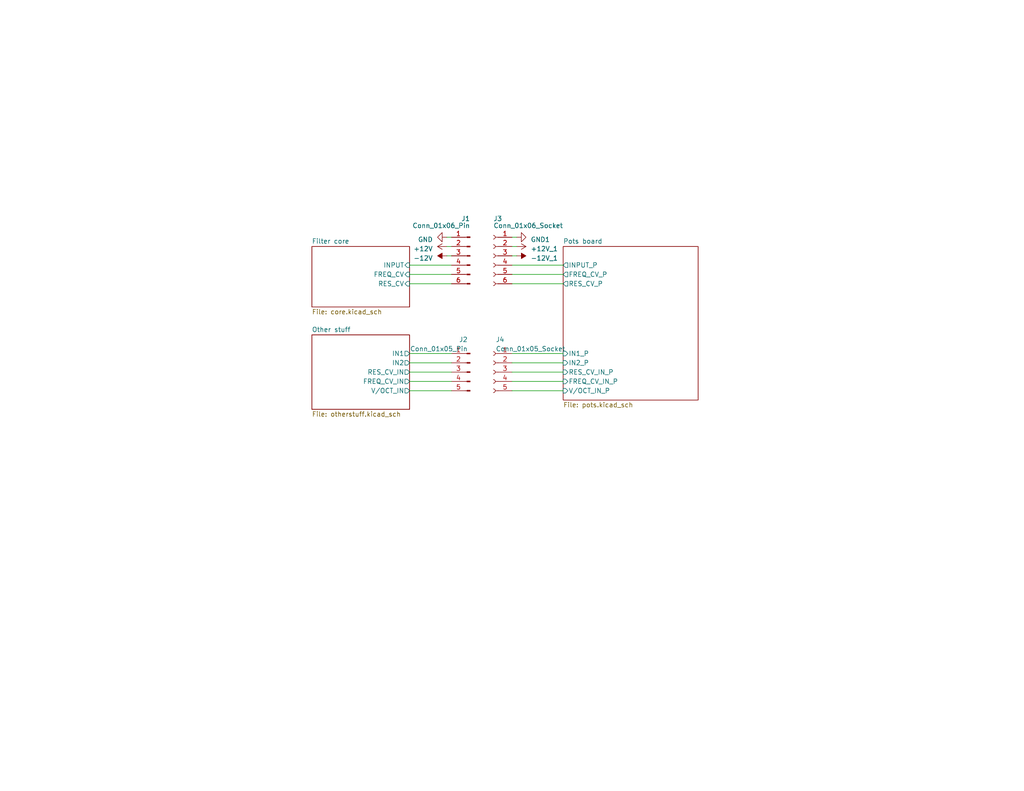
<source format=kicad_sch>
(kicad_sch (version 20230121) (generator eeschema)
  (paper "USLetter")
  (title_block (title "Pole mixing filter") (date "2022-03-29") (company "mods by Rich Holmes / Analog Output") (comment 1 "CC BY-NC-SA 4.0") (comment 2 "https://electricdruid.net/multimode-filters-part-2-pole-mixing-filters/") (comment 3 "Based on Electric Druid design "))
  (lib_symbols
    (symbol "AO_symbols:+12V_1" (power) (pin_names (offset 0))
      (property "Value" "+12V_1" (at 0 3.556 0))
      (symbol "+12V_1_0_1"
        (polyline (pts (xy -0.762 1.27) (xy 0 2.54)))
        (polyline (pts (xy 0 0) (xy 0 2.54)))
        (polyline (pts (xy 0 2.54) (xy 0.762 1.27)))
      )
      (symbol "+12V_1_1_1"
        (pin power_in line (at 0 0 90) (length 0) hide (name "+12V_1") (number "1"))
      )
    )
    (symbol "AO_symbols:-12V_1" (power) (pin_names (offset 0))
      (property "Value" "-12V_1" (at 0 3.81 0))
      (symbol "-12V_1_0_0"
        (pin power_in line (at 0 0 90) (length 0) hide (name "-12V_1") (number "1"))
      )
      (symbol "-12V_1_0_1"
        (polyline (pts (xy 0 0) (xy 0 1.27) (xy 0.762 1.27) (xy 0 2.54) (xy -0.762 1.27) (xy 0 1.27)) (fill (type outline)))
      )
    )
    (symbol "Connector:Conn_01x05_Pin" (pin_names (offset 1.016) hide)
      (property "Reference" "J" (at 0 7.62 0))
      (property "Value" "Conn_01x05_Pin" (at 0 -7.62 0))
      (symbol "Conn_01x05_Pin_1_1"
        (polyline (pts (xy 1.27 -5.08) (xy 0.8636 -5.08)) (stroke (width 0.1524)))
        (polyline (pts (xy 1.27 -2.54) (xy 0.8636 -2.54)) (stroke (width 0.1524)))
        (polyline (pts (xy 1.27 0) (xy 0.8636 0)) (stroke (width 0.1524)))
        (polyline (pts (xy 1.27 2.54) (xy 0.8636 2.54)) (stroke (width 0.1524)))
        (polyline (pts (xy 1.27 5.08) (xy 0.8636 5.08)) (stroke (width 0.1524)))
        (rectangle (start 0.8636 -4.953) (end 0 -5.207) (stroke (width 0.1524)) (fill (type outline)))
        (rectangle (start 0.8636 -2.413) (end 0 -2.667) (stroke (width 0.1524)) (fill (type outline)))
        (rectangle (start 0.8636 0.127) (end 0 -0.127) (stroke (width 0.1524)) (fill (type outline)))
        (rectangle (start 0.8636 2.667) (end 0 2.413) (stroke (width 0.1524)) (fill (type outline)))
        (rectangle (start 0.8636 5.207) (end 0 4.953) (stroke (width 0.1524)) (fill (type outline)))
        (pin passive line (at 5.08 5.08 180) (length 3.81) (name "Pin_1") (number "1"))
        (pin passive line (at 5.08 2.54 180) (length 3.81) (name "Pin_2") (number "2"))
        (pin passive line (at 5.08 0 180) (length 3.81) (name "Pin_3") (number "3"))
        (pin passive line (at 5.08 -2.54 180) (length 3.81) (name "Pin_4") (number "4"))
        (pin passive line (at 5.08 -5.08 180) (length 3.81) (name "Pin_5") (number "5"))
      )
    )
    (symbol "Connector:Conn_01x05_Socket" (pin_names (offset 1.016) hide)
      (property "Reference" "J" (at 0 7.62 0))
      (property "Value" "Conn_01x05_Socket" (at 0 -7.62 0))
      (symbol "Conn_01x05_Socket_1_1"
        (arc (start 0 -4.572) (mid -0.5058 -5.08) (end 0 -5.588) (stroke (width 0.1524)))
        (arc (start 0 -2.032) (mid -0.5058 -2.54) (end 0 -3.048) (stroke (width 0.1524)))
        (polyline (pts (xy -1.27 -5.08) (xy -0.508 -5.08)) (stroke (width 0.1524)))
        (polyline (pts (xy -1.27 -2.54) (xy -0.508 -2.54)) (stroke (width 0.1524)))
        (polyline (pts (xy -1.27 0) (xy -0.508 0)) (stroke (width 0.1524)))
        (polyline (pts (xy -1.27 2.54) (xy -0.508 2.54)) (stroke (width 0.1524)))
        (polyline (pts (xy -1.27 5.08) (xy -0.508 5.08)) (stroke (width 0.1524)))
        (arc (start 0 0.508) (mid -0.5058 0) (end 0 -0.508) (stroke (width 0.1524)))
        (arc (start 0 3.048) (mid -0.5058 2.54) (end 0 2.032) (stroke (width 0.1524)))
        (arc (start 0 5.588) (mid -0.5058 5.08) (end 0 4.572) (stroke (width 0.1524)))
        (pin passive line (at -5.08 5.08 0) (length 3.81) (name "Pin_1") (number "1"))
        (pin passive line (at -5.08 2.54 0) (length 3.81) (name "Pin_2") (number "2"))
        (pin passive line (at -5.08 0 0) (length 3.81) (name "Pin_3") (number "3"))
        (pin passive line (at -5.08 -2.54 0) (length 3.81) (name "Pin_4") (number "4"))
        (pin passive line (at -5.08 -5.08 0) (length 3.81) (name "Pin_5") (number "5"))
      )
    )
    (symbol "Connector:Conn_01x06_Pin" (pin_names (offset 1.016) hide)
      (property "Reference" "J" (at 0 7.62 0))
      (property "Value" "Conn_01x06_Pin" (at 0 -10.16 0))
      (symbol "Conn_01x06_Pin_1_1"
        (polyline (pts (xy 1.27 -7.62) (xy 0.8636 -7.62)) (stroke (width 0.1524)))
        (polyline (pts (xy 1.27 -5.08) (xy 0.8636 -5.08)) (stroke (width 0.1524)))
        (polyline (pts (xy 1.27 -2.54) (xy 0.8636 -2.54)) (stroke (width 0.1524)))
        (polyline (pts (xy 1.27 0) (xy 0.8636 0)) (stroke (width 0.1524)))
        (polyline (pts (xy 1.27 2.54) (xy 0.8636 2.54)) (stroke (width 0.1524)))
        (polyline (pts (xy 1.27 5.08) (xy 0.8636 5.08)) (stroke (width 0.1524)))
        (rectangle (start 0.8636 -7.493) (end 0 -7.747) (stroke (width 0.1524)) (fill (type outline)))
        (rectangle (start 0.8636 -4.953) (end 0 -5.207) (stroke (width 0.1524)) (fill (type outline)))
        (rectangle (start 0.8636 -2.413) (end 0 -2.667) (stroke (width 0.1524)) (fill (type outline)))
        (rectangle (start 0.8636 0.127) (end 0 -0.127) (stroke (width 0.1524)) (fill (type outline)))
        (rectangle (start 0.8636 2.667) (end 0 2.413) (stroke (width 0.1524)) (fill (type outline)))
        (rectangle (start 0.8636 5.207) (end 0 4.953) (stroke (width 0.1524)) (fill (type outline)))
        (pin passive line (at 5.08 5.08 180) (length 3.81) (name "Pin_1") (number "1"))
        (pin passive line (at 5.08 2.54 180) (length 3.81) (name "Pin_2") (number "2"))
        (pin passive line (at 5.08 0 180) (length 3.81) (name "Pin_3") (number "3"))
        (pin passive line (at 5.08 -2.54 180) (length 3.81) (name "Pin_4") (number "4"))
        (pin passive line (at 5.08 -5.08 180) (length 3.81) (name "Pin_5") (number "5"))
        (pin passive line (at 5.08 -7.62 180) (length 3.81) (name "Pin_6") (number "6"))
      )
    )
    (symbol "Connector:Conn_01x06_Socket" (pin_names (offset 1.016) hide)
      (property "Reference" "J" (at 0 7.62 0))
      (property "Value" "Conn_01x06_Socket" (at 0 -10.16 0))
      (symbol "Conn_01x06_Socket_1_1"
        (arc (start 0 -7.112) (mid -0.5058 -7.62) (end 0 -8.128) (stroke (width 0.1524)))
        (arc (start 0 -4.572) (mid -0.5058 -5.08) (end 0 -5.588) (stroke (width 0.1524)))
        (arc (start 0 -2.032) (mid -0.5058 -2.54) (end 0 -3.048) (stroke (width 0.1524)))
        (polyline (pts (xy -1.27 -7.62) (xy -0.508 -7.62)) (stroke (width 0.1524)))
        (polyline (pts (xy -1.27 -5.08) (xy -0.508 -5.08)) (stroke (width 0.1524)))
        (polyline (pts (xy -1.27 -2.54) (xy -0.508 -2.54)) (stroke (width 0.1524)))
        (polyline (pts (xy -1.27 0) (xy -0.508 0)) (stroke (width 0.1524)))
        (polyline (pts (xy -1.27 2.54) (xy -0.508 2.54)) (stroke (width 0.1524)))
        (polyline (pts (xy -1.27 5.08) (xy -0.508 5.08)) (stroke (width 0.1524)))
        (arc (start 0 0.508) (mid -0.5058 0) (end 0 -0.508) (stroke (width 0.1524)))
        (arc (start 0 3.048) (mid -0.5058 2.54) (end 0 2.032) (stroke (width 0.1524)))
        (arc (start 0 5.588) (mid -0.5058 5.08) (end 0 4.572) (stroke (width 0.1524)))
        (pin passive line (at -5.08 5.08 0) (length 3.81) (name "Pin_1") (number "1"))
        (pin passive line (at -5.08 2.54 0) (length 3.81) (name "Pin_2") (number "2"))
        (pin passive line (at -5.08 0 0) (length 3.81) (name "Pin_3") (number "3"))
        (pin passive line (at -5.08 -2.54 0) (length 3.81) (name "Pin_4") (number "4"))
        (pin passive line (at -5.08 -5.08 0) (length 3.81) (name "Pin_5") (number "5"))
        (pin passive line (at -5.08 -7.62 0) (length 3.81) (name "Pin_6") (number "6"))
      )
    )
    (symbol "power:+12V" (power) (pin_names (offset 0))
      (property "Value" "+12V" (at 0 3.556 0))
      (symbol "+12V_0_1"
        (polyline (pts (xy -0.762 1.27) (xy 0 2.54)))
        (polyline (pts (xy 0 0) (xy 0 2.54)))
        (polyline (pts (xy 0 2.54) (xy 0.762 1.27)))
      )
      (symbol "+12V_1_1"
        (pin power_in line (at 0 0 90) (length 0) hide (name "+12V") (number "1"))
      )
    )
    (symbol "power:-12V" (power) (pin_names (offset 0))
      (property "Value" "-12V" (at 0 3.81 0))
      (symbol "-12V_0_0"
        (pin power_in line (at 0 0 90) (length 0) hide (name "-12V") (number "1"))
      )
      (symbol "-12V_0_1"
        (polyline (pts (xy 0 0) (xy 0 1.27) (xy 0.762 1.27) (xy 0 2.54) (xy -0.762 1.27) (xy 0 1.27)) (fill (type outline)))
      )
    )
    (symbol "power:GND" (power) (pin_names (offset 0))
      (property "Value" "GND" (at 0 -3.81 0))
      (symbol "GND_0_1"
        (polyline (pts (xy 0 0) (xy 0 -1.27) (xy 1.27 -1.27) (xy 0 -2.54) (xy -1.27 -1.27) (xy 0 -1.27)))
      )
      (symbol "GND_1_1"
        (pin power_in line (at 0 0 270) (length 0) hide (name "GND") (number "1"))
      )
    )
    (symbol "power:GND1" (power) (pin_names (offset 0))
      (property "Value" "GND1" (at 0 -3.81 0))
      (symbol "GND1_0_1"
        (polyline (pts (xy 0 0) (xy 0 -1.27) (xy 1.27 -1.27) (xy 0 -2.54) (xy -1.27 -1.27) (xy 0 -1.27)))
      )
      (symbol "GND1_1_1"
        (pin power_in line (at 0 0 270) (length 0) hide (name "GND1") (number "1"))
      )
    )
  )
  (wire (pts (xy 111.76 74.93) (xy 123.19 74.93)))
  (wire (pts (xy 139.7 72.39) (xy 153.67 72.39)))
  (wire (pts (xy 121.92 64.77) (xy 123.19 64.77)))
  (wire (pts (xy 111.76 104.14) (xy 123.19 104.14)))
  (wire (pts (xy 139.7 99.06) (xy 153.67 99.06)))
  (wire (pts (xy 139.7 104.14) (xy 153.67 104.14)))
  (wire (pts (xy 139.7 96.52) (xy 153.67 96.52)))
  (wire (pts (xy 139.7 77.47) (xy 153.67 77.47)))
  (wire (pts (xy 111.76 101.6) (xy 123.19 101.6)))
  (wire (pts (xy 111.76 96.52) (xy 123.19 96.52)))
  (wire (pts (xy 139.7 101.6) (xy 153.67 101.6)))
  (wire (pts (xy 139.7 64.77) (xy 140.97 64.77)))
  (wire (pts (xy 139.7 106.68) (xy 153.67 106.68)))
  (wire (pts (xy 121.92 67.31) (xy 123.19 67.31)))
  (wire (pts (xy 111.76 99.06) (xy 123.19 99.06)))
  (wire (pts (xy 121.92 69.85) (xy 123.19 69.85)))
  (wire (pts (xy 139.7 67.31) (xy 140.97 67.31)))
  (wire (pts (xy 111.76 72.39) (xy 123.19 72.39)))
  (wire (pts (xy 139.7 74.93) (xy 153.67 74.93)))
  (wire (pts (xy 111.76 77.47) (xy 123.19 77.47)))
  (wire (pts (xy 139.7 69.85) (xy 140.97 69.85)))
  (wire (pts (xy 111.76 106.68) (xy 123.19 106.68)))
  (symbol (lib_id "AO_symbols:+12V_1") (at 140.97 67.31 270) (unit 1)
    (property "Reference" "#PWR05" (effects hide))
    (property "Value" "+12V_1" (at 144.78 67.945 90) (effects (justify left)))
  )
  (symbol (lib_id "Connector:Conn_01x05_Pin") (at 128.27 101.6 0) (mirror y) (unit 1)
    (property "Reference" "J2" (at 127.635 92.71 0) (effects (justify left)))
    (property "Value" "Conn_01x05_Pin" (at 127.635 95.25 0) (effects (justify left)))
    (property "Footprint" "Connector_PinHeader_2.54mm:PinHeader_1x05_P2.54mm_Vertical" (effects hide))
    (property "Description" "2.54 mm pin header, 1x5 positions" (effects hide))
  )
  (symbol (lib_id "AO_symbols:-12V_1") (at 140.97 69.85 270) (unit 1)
    (property "Reference" "#PWR06" (effects hide))
    (property "Value" "-12V_1" (at 144.78 70.485 90) (effects (justify left)))
  )
  (symbol (lib_id "power:-12V") (at 121.92 69.85 90) (unit 1)
    (property "Reference" "#PWR03" (effects hide))
    (property "Value" "-12V" (at 118.11 70.485 90) (effects (justify left)))
  )
  (symbol (lib_id "Connector:Conn_01x06_Pin") (at 128.27 69.85 0) (mirror y) (unit 1)
    (property "Reference" "J1" (at 128.27 59.69 0) (effects (justify left)))
    (property "Value" "Conn_01x06_Pin" (at 128.27 61.595 0) (effects (justify left)))
    (property "Footprint" "Connector_PinHeader_2.54mm:PinHeader_1x06_P2.54mm_Vertical" (effects hide))
    (property "Description" "2.54 mm pin header, 1x6 positions" (effects hide))
  )
  (symbol (lib_id "power:GND1") (at 140.97 64.77 90) (unit 1)
    (property "Reference" "#PWR04" (effects hide))
    (property "Value" "GND1" (at 144.78 65.405 90) (effects (justify right)))
  )
  (symbol (lib_id "Connector:Conn_01x05_Socket") (at 134.62 101.6 0) (mirror y) (unit 1)
    (property "Reference" "J4" (at 135.255 92.71 0) (effects (justify right)))
    (property "Value" "Conn_01x05_Socket" (at 135.255 95.25 0) (effects (justify right)))
    (property "Footprint" "Connector_PinSocket_2.54mm:PinSocket_1x05_P2.54mm_Vertical" (effects hide))
    (property "Description" "2.54 mm pin socket, 1x5 positions" (effects hide))
  )
  (symbol (lib_id "Connector:Conn_01x06_Socket") (at 134.62 69.85 0) (mirror y) (unit 1)
    (property "Reference" "J3" (at 134.62 59.69 0) (effects (justify right)))
    (property "Value" "Conn_01x06_Socket" (at 134.62 61.595 0) (effects (justify right)))
    (property "Footprint" "Connector_PinSocket_2.54mm:PinSocket_1x06_P2.54mm_Vertical" (effects hide))
    (property "Description" "2.54 mm pin socket, 1x6 positions" (effects hide))
  )
  (symbol (lib_id "power:GND") (at 121.92 64.77 270) (unit 1)
    (property "Reference" "#PWR01" (effects hide))
    (property "Value" "GND" (at 118.11 65.405 90) (effects (justify right)))
  )
  (symbol (lib_id "power:+12V") (at 121.92 67.31 90) (unit 1)
    (property "Reference" "#PWR02" (effects hide))
    (property "Value" "+12V" (at 118.11 67.945 90) (effects (justify left)))
  )
  (sheet (at 153.67 67.31) (size 36.83 41.91) (stroke (width 0.1524))
    (property "Sheetname" "Pots board" (at 153.67 66.5984 0) (effects (justify left bottom)))
    (property "Sheetfile" "pots.kicad_sch" (at 153.67 109.8046 0) (effects (justify left top)))
    (pin "FREQ_CV_P" output (at 153.67 74.93 180))
    (pin "RES_CV_IN_P" input (at 153.67 101.6 180))
    (pin "IN2_P" input (at 153.67 99.06 180))
    (pin "INPUT_P" output (at 153.67 72.39 180))
    (pin "IN1_P" input (at 153.67 96.52 180))
    (pin "V{slash}OCT_IN_P" input (at 153.67 106.68 180))
    (pin "FREQ_CV_IN_P" input (at 153.67 104.14 180))
    (pin "RES_CV_P" output (at 153.67 77.47 180))
  )
  (sheet (at 85.09 67.31) (size 26.67 16.51) (stroke (width 0.1524))
    (property "Sheetname" "Filter core" (at 85.09 66.5984 0) (effects (justify left bottom)))
    (property "Sheetfile" "core.kicad_sch" (at 85.09 84.4046 0) (effects (justify left top)))
    (pin "INPUT" input (at 111.76 72.39 0))
    (pin "RES_CV" input (at 111.76 77.47 0))
    (pin "FREQ_CV" input (at 111.76 74.93 0))
  )
  (sheet (at 85.09 91.44) (size 26.67 20.32) (stroke (width 0.1524))
    (property "Sheetname" "Other stuff" (at 85.09 90.7284 0) (effects (justify left bottom)))
    (property "Sheetfile" "otherstuff.kicad_sch" (at 85.09 112.3446 0) (effects (justify left top)))
    (pin "RES_CV_IN" output (at 111.76 101.6 0))
    (pin "FREQ_CV_IN" output (at 111.76 104.14 0))
    (pin "V{slash}OCT_IN" output (at 111.76 106.68 0))
    (pin "IN2" output (at 111.76 99.06 0))
    (pin "IN1" output (at 111.76 96.52 0))
  )
)
</source>
